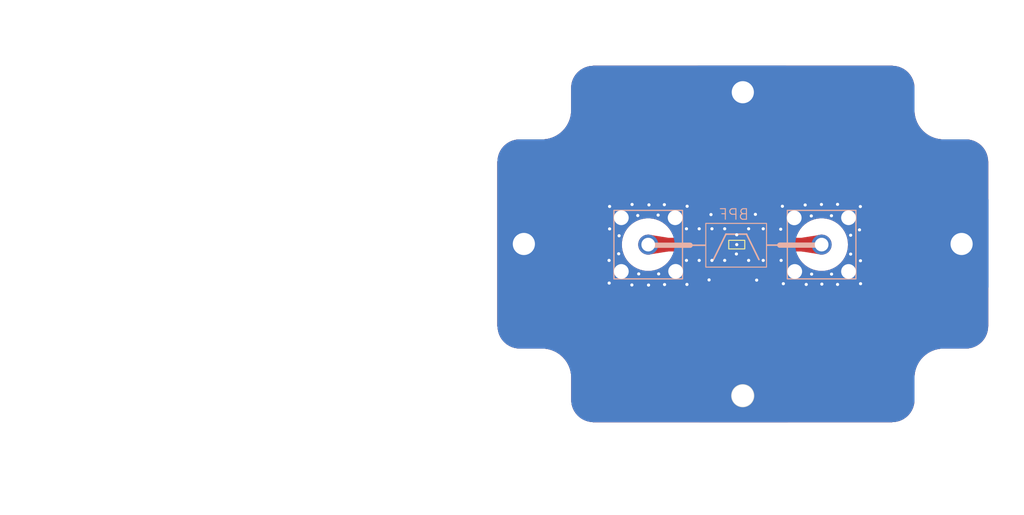
<source format=kicad_pcb>
(kicad_pcb (version 20240108) (generator "pcbnew") (generator_version "8.0")
  (layers (0 "F.Cu" signal) (31 "B.Cu" signal) (34 "B.Paste" user) (35 "F.Paste" user) (36 "B.SilkS" user "B.Silkscreen") (37 "F.SilkS" user "F.Silkscreen") (38 "B.Mask" user) (39 "F.Mask" user) (44 "Edge.Cuts" user))
  (net 0 "")
  (net 1 "GND")
  (net 2 "Net-(U1-IN)")
  (net 3 "Net-(U1-OUT)")
  (footprint "MUSIC_Lab:Outline_3x2_cavity_1.5mm" (layer "F.Cu") (at 1.186252 70.561921)
    (property "Reference" "outline1" (hide yes))
    (property "Value" "~" (hide yes))
    (fp_circle (center 70.163748 -11.081921) (end 70.163748 -12.131921) (stroke (width 0.1)) (fill none) (layer "Edge.Cuts"))
    (fp_poly (pts (arc (start 53.907539 -10.683414) (mid 54.522614 -9.198523) (end 56.007491 -8.583414)) (arc (start 84.347539 -8.583413) (mid 85.832429 -9.198514) (end 86.447539 -10.683401)) (arc (start 86.447539 -12.783401) (mid 87.267035 -14.754369) (end 89.242316 -15.563414)) (arc (start 91.327539 -15.563414) (mid 92.812429 -16.178514) (end 93.427539 -17.663401)) (arc (start 93.427539 -33.319696) (mid 92.806647 -34.794049) (end 91.327491 -35.403414)) (arc (start 89.227491 -35.403414) (mid 87.26178 -36.217689) (end 86.447539 -38.183414)) (arc (start 86.447539 -40.266906) (mid 85.838239 -41.762457) (end 84.347491 -42.383415)) (arc (start 55.994958 -42.383414) (mid 54.518224 -41.763835) (end 53.907539 -40.283401)) (arc (start 53.907539 -38.1834) (mid 53.093262 -36.217681) (end 51.127539 -35.403414)) (arc (start 49.014958 -35.403414) (mid 47.538224 -34.783835) (end 46.927539 -33.303401)) (arc (start 46.927539 -17.663414) (mid 47.542614 -16.178523) (end 49.027491 -15.563414)) (arc (start 51.127391 -15.563414) (mid 53.086569 -14.755788) (end 53.907539 -12.802164))) (stroke (width 0.0001)) (fill none) (layer "Edge.Cuts"))
    (pad "1" thru_hole circle (at 49.413748 -25.481921) (size 3 3) (drill 2.1) (layers "*.Cu" "*.Mask") (net 1 "GND"))
    (pad "1" thru_hole circle (at 70.163748 -11.081921) (size 3 3) (drill 2.1) (layers "*.Cu" "*.Mask") (net 1 "GND"))
    (pad "1" thru_hole custom (at 70.171458 -39.881921) (size 3 3) (drill 2.1) (layers "*.Cu" "*.Mask") (net 1 "GND") (options (clearance outline) (anchor circle)) (primitives (gr_poly (pts (xy 4.09439 -2.532075) (xy -4.269038 -2.532075) (xy -4.209038 -1.00664) (xy -4.091013 -1.019578) (xy -3.853623 -1.015131) (xy -3.619343 -0.976572) (xy -3.39305 -0.904704) (xy -3.179452 -0.801024) (xy -2.982995 -0.667688) (xy -2.807768 -0.507472) (xy -2.657417 -0.32371) (xy -2.535072 -0.120227) (xy -2.443279 0.098743) (xy -2.411727 0.213206) (xy -2.395954 0.366565) (xy -2.329764 0.667679) (xy -2.225472 0.957805) (xy -2.084803 1.232145) (xy -1.910083 1.48616) (xy -1.704204 1.715647) (xy -1.470572 1.916809) (xy -1.213052 2.086319) (xy -0.935904 2.221372) (xy -0.643713 2.319734) (xy -0.341314 2.379777) (xy -0.03371 2.400508) (xy 0.274011 2.381585) (xy 0.576758 2.323319) (xy 0.869521 2.226676) (xy 1.147458 2.093254) (xy 1.40597 1.92526) (xy 1.64078 1.725473) (xy 1.848004 1.4972) (xy 2.024213 1.244217) (xy 2.166492 0.970708) (xy 2.272487 0.681199) (xy 2.340444 0.380479) (xy 2.357079 0.227212) (xy 2.388637 0.112751) (xy 2.480429 -0.10622) (xy 2.602773 -0.309704) (xy 2.753123 -0.493467) (xy 2.928349 -0.653684) (xy 3.124806 -0.787021) (xy 3.338403 -0.890703) (xy 3.564697 -0.962572) (xy 3.798976 -1.001132) (xy 4.036366 -1.005582) (xy 4.15439 -0.992634)) (width 0) (fill yes)) (gr_rect (start -14.190291 -2.5) (end 14.19029 -1) (width 0.05) (fill yes)) (gr_poly (pts (arc (start 21.142242 4.479999) (mid 22.619 5.099554) (end 23.229661 6.580012)) (arc (start 21.729662 6.580012) (mid 21.556262 6.158134) (end 21.136361 5.979999)) (arc (start 19.029661 5.979999) (mid 16.003253 4.726417) (end 14.749661 1.700012)) (arc (start 14.749661 -0.399988) (mid 14.576261 -0.821866) (end 14.15636 -1.000001)) (arc (start 14.162242 -2.500001) (mid 15.639 -1.880446) (end 16.249661 -0.399988)) (arc (start 16.249661 1.700013) (mid 17.063913 3.665756) (end 19.029661 4.479999))) (width 0) (fill yes)) (gr_rect (start 21.74229 6.564832) (end 23.24229 22.220013) (width 0.05) (fill yes)) (gr_poly (pts (arc (start 21.154871 24.320026) (mid 22.631629 23.700471) (end 23.24229 22.220013)) (arc (start 21.742291 22.220013) (mid 21.568891 22.641891) (end 21.14899 22.820026)) (arc (start 19.04229 22.820026) (mid 16.015882 24.073608) (end 14.76229 27.100013)) (arc (start 14.76229 29.200013) (mid 14.58889 29.621891) (end 14.168989 29.800026)) (arc (start 14.174871 31.300026) (mid 15.651629 30.680471) (end 16.26229 29.200013)) (arc (start 16.26229 27.100012) (mid 17.076542 25.134269) (end 19.04229 24.320026))) (width 0) (fill yes)) (gr_rect (start -14.218291 29.800001) (end 14.16229 31.300001) (width 0.05) (fill yes)) (gr_poly (pts (arc (start -21.157758 24.32) (mid -22.634516 23.700445) (end -23.245177 22.219987)) (arc (start -21.745178 22.219987) (mid -21.571778 22.641865) (end -21.151877 22.82)) (arc (start -19.045177 22.82) (mid -16.018769 24.073582) (end -14.765177 27.099987)) (arc (start -14.765177 29.199987) (mid -14.591777 29.621865) (end -14.171876 29.8)) (arc (start -14.177758 31.3) (mid -15.654516 30.680445) (end -16.265177 29.199987)) (arc (start -16.265177 27.099986) (mid -17.079429 25.134243) (end -19.045177 24.32))) (width 0) (fill yes)) (gr_rect (start -23.25771 6.564819) (end -21.75771 22.22) (width 0.05) (fill yes)) (gr_poly (pts (xy 23.294873 18.524608) (xy 23.294873 10.16118) (xy 21.769438 10.22118) (xy 21.782376 10.339205) (xy 21.777929 10.576595) (xy 21.73937 10.810875) (xy 21.667502 11.037168) (xy 21.563822 11.250766) (xy 21.430486 11.447223) (xy 21.27027 11.622451) (xy 21.086508 11.772801) (xy 20.883025 11.895146) (xy 20.664054 11.986939) (xy 20.549592 12.018492) (xy 20.396234 12.034264) (xy 20.095119 12.100454) (xy 19.804993 12.204746) (xy 19.530653 12.345415) (xy 19.276638 12.520135) (xy 19.047152 12.726014) (xy 18.845989 12.959645) (xy 18.676479 13.217166) (xy 18.541426 13.494314) (xy 18.443064 13.786505) (xy 18.383021 14.088904) (xy 18.36229 14.396508) (xy 18.381213 14.704229) (xy 18.439479 15.006976) (xy 18.536122 15.299739) (xy 18.669544 15.577676) (xy 18.837538 15.836188) (xy 19.037324 16.070998) (xy 19.265597 16.278222) (xy 19.518581 16.454431) (xy 19.792089 16.59671) (xy 20.081599 16.702705) (xy 20.382319 16.770662) (xy 20.535586 16.787297) (xy 20.650047 16.818855) (xy 20.869019 16.910647) (xy 21.072501 17.032992) (xy 21.256265 17.183341) (xy 21.416482 17.358567) (xy 21.549819 17.555024) (xy 21.653501 17.768621) (xy 21.72537 17.994915) (xy 21.763929 18.229194) (xy 21.76838 18.466584) (xy 21.755432 18.584608)) (width 0) (fill yes)) (gr_poly (pts (xy -4.09581 31.32909) (xy 4.267618 31.32909) (xy 4.207618 29.803655) (xy 4.089593 29.816593) (xy 3.852203 29.812147) (xy 3.617923 29.773587) (xy 3.391631 29.701719) (xy 3.178032 29.598039) (xy 2.981575 29.464703) (xy 2.806348 29.304487) (xy 2.655997 29.120726) (xy 2.533652 28.917241) (xy 2.441859 28.698271) (xy 2.410306 28.583809) (xy 2.394534 28.43045) (xy 2.328344 28.129336) (xy 2.224052 27.83921) (xy 2.083383 27.56487) (xy 1.908663 27.310855) (xy 1.702784 27.081369) (xy 1.469151 26.880206) (xy 1.211632 26.710696) (xy 0.934484 26.575642) (xy 0.642293 26.477281) (xy 0.339894 26.417239) (xy 0.03229 26.396508) (xy -0.275431 26.41543) (xy -0.578179 26.473696) (xy -0.870941 26.570339) (xy -1.148878 26.703761) (xy -1.40739 26.871755) (xy -1.6422 27.071542) (xy -1.849424 27.299815) (xy -2.025633 27.552798) (xy -2.167912 27.826307) (xy -2.273907 28.115816) (xy -2.341864 28.416536) (xy -2.358499 28.569803) (xy -2.390057 28.684264) (xy -2.481849 28.903235) (xy -2.604194 29.106719) (xy -2.754543 29.290481) (xy -2.929769 29.450698) (xy -3.126226 29.584036) (xy -3.339823 29.687718) (xy -3.566117 29.759587) (xy -3.800396 29.798147) (xy -4.037786 29.802597) (xy -4.15581 29.789649)) (width 0) (fill yes)) (gr_poly (pts (xy -23.280293 10.278408) (xy -23.280293 18.641836) (xy -21.754858 18.581836) (xy -21.767796 18.463811) (xy -21.763349 18.226421) (xy -21.72479 17.992141) (xy -21.652922 17.765848) (xy -21.549242 17.55225) (xy -21.415906 17.355793) (xy -21.25569 17.180566) (xy -21.071928 17.030215) (xy -20.868445 16.90787) (xy -20.649474 16.816077) (xy -20.535012 16.784524) (xy -20.381653 16.768752) (xy -20.080539 16.702562) (xy -19.790413 16.59827) (xy -19.516073 16.457601) (xy -19.262058 16.282881) (xy -19.032572 16.077002) (xy -18.831409 15.84337) (xy -18.661899 15.58585) (xy -18.526846 15.308702) (xy -18.428484 15.016511) (xy -18.368441 14.714112) (xy -18.34771 14.406508) (xy -18.366633 14.098787) (xy -18.424899 13.79604) (xy -18.521542 13.503277) (xy -18.654964 13.22534) (xy -18.822958 12.966828) (xy -19.022745 12.732018) (xy -19.251018 12.524794) (xy -19.504001 12.348585) (xy -19.77751 12.206306) (xy -20.067019 12.100311) (xy -20.367739 12.032354) (xy -20.521006 12.015719) (xy -20.635467 11.984161) (xy -20.854438 11.892369) (xy -21.057922 11.770024) (xy -21.241685 11.619675) (xy -21.401902 11.444449) (xy -21.535239 11.247992) (xy -21.638921 11.034395) (xy -21.71079 10.808101) (xy -21.74935 10.573822) (xy -21.7538 10.336432) (xy -21.740852 10.218408)) (width 0) (fill yes)) (gr_poly (pts (arc (start -21.170291 4.48) (mid -22.647049 5.099555) (end -23.25771 6.580013)) (arc (start -21.757711 6.580013) (mid -21.584311 6.158135) (end -21.16441 5.98)) (arc (start -19.05771 5.98) (mid -16.031302 4.726418) (end -14.77771 1.700013)) (arc (start -14.77771 -0.399987) (mid -14.60431 -0.821865) (end -14.184409 -1)) (arc (start -14.190291 -2.5) (mid -15.667049 -1.880445) (end -16.27771 -0.399987)) (arc (start -16.27771 1.700014) (mid -17.091962 3.665757) (end -19.05771 4.48))) (width 0) (fill yes))))
    (pad "1" thru_hole circle (at 90.913749 -25.481921) (size 3 3) (drill 2.1) (layers "*.Cu" "*.Mask") (net 1 "GND"))
  )
  (footprint "MUSIC_Lab:Filter_0603" (layer "F.Cu") (at 70.7825 45.14)
    (property "Reference" "U1" (hide yes))
    (property "Value" "~" (hide yes))
    (fp_rect (start -0.76 -0.41) (end 0.76 0.41) (stroke (width 0.1)) (fill none) (layer "F.SilkS"))
    (pad "1" smd rect (at -0.575 0) (size 0.25 0.7) (layers "F.Cu" "F.Paste" "F.Mask") (net 2 "Net-(U1-IN)"))
    (pad "2" smd rect (at 0 0) (size 0.5 0.7) (layers "F.Cu" "F.Paste" "F.Mask") (net 1 "GND"))
    (pad "3" smd rect (at 0.575 0) (size 0.25 0.7) (layers "F.Cu" "F.Paste" "F.Mask") (net 3 "Net-(U1-OUT)"))
  )
  (footprint "MUSIC_Lab:SMA_KHD_Back" (layer "B.Cu") (at 78.83 45.14)
    (property "Reference" "SMA2" (hide yes))
    (property "Value" "~" (hide yes))
    (fp_rect (start 3.25 -3.25) (end -3.25 3.25) (stroke (width 0.12)) (fill none) (layer "B.SilkS"))
    (pad "1" thru_hole circle (at 0 0) (size 1.9 1.9) (drill 1.3) (layers "*.Cu" "*.Mask") (net 3 "Net-(U1-OUT)"))
    (pad "2" thru_hole circle (at -2.6 -2.54) (size 2 2) (drill 1.4) (layers "*.Cu" "*.Mask") (net 1 "GND") (thermal_bridge_width 0.5) (thermal_gap 0.25))
    (pad "2" thru_hole circle (at -2.55 2.55) (size 2 2) (drill 1.4) (layers "*.Cu" "*.Mask") (net 1 "GND") (thermal_bridge_width 0.5) (thermal_gap 0.25))
    (pad "2" thru_hole circle (at 2.55 -2.55) (size 2 2) (drill 1.4) (layers "*.Cu" "*.Mask") (net 1 "GND") (thermal_bridge_width 0.5) (thermal_gap 0.25))
    (pad "2" thru_hole circle (at 2.55 2.55) (size 2 2) (drill 1.4) (layers "*.Cu" "*.Mask") (net 1 "GND") (thermal_bridge_width 0.5) (thermal_gap 0.25))
    (zone (net 0) (net_name "") (layers "*.Cu") (connect_pads (clearance 0)) (min_thickness 0.25)
      (keepout (tracks allowed) (vias not_allowed) (pads allowed) (copperpour not_allowed) (footprints allowed))
      (fill (thermal_gap 0.5) (thermal_bridge_width 0.5))
      (polygon (pts (xy 81.33 45.14) (xy 81.310287 45.453333) (xy 81.251458 45.761725) (xy 81.154441 46.060311) (xy 81.020767 46.344384) (xy 80.852542 46.609463) (xy 80.652422 46.851368) (xy 80.42356 47.066283) (xy 80.169567 47.25082) (xy 79.894448 47.402068) (xy 79.602542 47.517641) (xy 79.298453 47.595718) (xy 78.986976 47.635067) (xy 78.673024 47.635067) (xy 78.361547 47.595718) (xy 78.057458 47.517641) (xy 77.765552 47.402068) (xy 77.490433 47.25082) (xy 77.23644 47.066283) (xy 77.007578 46.851368) (xy 76.807458 46.609463) (xy 76.639233 46.344384) (xy 76.505559 46.060311) (xy 76.408542 45.761725) (xy 76.349713 45.453333) (xy 76.33 45.14) (xy 76.349713 44.826667) (xy 76.408542 44.518275) (xy 76.505559 44.219689) (xy 76.639233 43.935616) (xy 76.807458 43.670537) (xy 77.007578 43.428632) (xy 77.23644 43.213717) (xy 77.490433 43.02918) (xy 77.765552 42.877932) (xy 78.057458 42.762359) (xy 78.361547 42.684282) (xy 78.673024 42.644933) (xy 78.986976 42.644933) (xy 79.298453 42.684282) (xy 79.602542 42.762359) (xy 79.894448 42.877932) (xy 80.169567 43.02918) (xy 80.42356 43.213717) (xy 80.652422 43.428632) (xy 80.852542 43.670537) (xy 81.020767 43.935616) (xy 81.154441 44.219689) (xy 81.251458 44.518275) (xy 81.310287 44.826667)))
    )
  )
  (footprint "MUSIC_Lab:SMA_KHD_Back" (layer "B.Cu") (at 62.39 45.14 180)
    (property "Reference" "SMA1" (hide yes))
    (property "Value" "~" (hide yes))
    (fp_rect (start 3.25 -3.25) (end -3.25 3.25) (stroke (width 0.12)) (fill none) (layer "B.SilkS"))
    (pad "1" thru_hole circle (at 0 0 180) (size 1.9 1.9) (drill 1.3) (layers "*.Cu" "*.Mask") (net 2 "Net-(U1-IN)"))
    (pad "2" thru_hole circle (at -2.6 -2.54 180) (size 2 2) (drill 1.4) (layers "*.Cu" "*.Mask") (net 1 "GND") (thermal_bridge_width 0.5) (thermal_gap 0.25))
    (pad "2" thru_hole circle (at -2.55 2.55 180) (size 2 2) (drill 1.4) (layers "*.Cu" "*.Mask") (net 1 "GND") (thermal_bridge_width 0.5) (thermal_gap 0.25))
    (pad "2" thru_hole circle (at 2.55 -2.55 180) (size 2 2) (drill 1.4) (layers "*.Cu" "*.Mask") (net 1 "GND") (thermal_bridge_width 0.5) (thermal_gap 0.25))
    (pad "2" thru_hole circle (at 2.55 2.55 180) (size 2 2) (drill 1.4) (layers "*.Cu" "*.Mask") (net 1 "GND") (thermal_bridge_width 0.5) (thermal_gap 0.25))
    (zone (net 0) (net_name "") (layers "*.Cu") (connect_pads (clearance 0)) (min_thickness 0.25)
      (keepout (tracks allowed) (vias not_allowed) (pads allowed) (copperpour not_allowed) (footprints allowed))
      (fill (thermal_gap 0.5) (thermal_bridge_width 0.5))
      (polygon (pts (xy 59.89 45.14) (xy 59.909713 44.826667) (xy 59.968542 44.518275) (xy 60.065559 44.219689) (xy 60.199233 43.935616) (xy 60.367458 43.670537) (xy 60.567578 43.428632) (xy 60.79644 43.213717) (xy 61.050433 43.02918) (xy 61.325552 42.877932) (xy 61.617458 42.762359) (xy 61.921547 42.684282) (xy 62.233024 42.644933) (xy 62.546976 42.644933) (xy 62.858453 42.684282) (xy 63.162542 42.762359) (xy 63.454448 42.877932) (xy 63.729567 43.02918) (xy 63.98356 43.213717) (xy 64.212422 43.428632) (xy 64.412542 43.670537) (xy 64.580767 43.935616) (xy 64.714441 44.219689) (xy 64.811458 44.518275) (xy 64.870287 44.826667) (xy 64.89 45.14) (xy 64.870287 45.453333) (xy 64.811458 45.761725) (xy 64.714441 46.060311) (xy 64.580767 46.344384) (xy 64.412542 46.609463) (xy 64.212422 46.851368) (xy 63.98356 47.066283) (xy 63.729567 47.25082) (xy 63.454448 47.402068) (xy 63.162542 47.517641) (xy 62.858453 47.595718) (xy 62.546976 47.635067) (xy 62.233024 47.635067) (xy 61.921547 47.595718) (xy 61.617458 47.517641) (xy 61.325552 47.402068) (xy 61.050433 47.25082) (xy 60.79644 47.066283) (xy 60.567578 46.851368) (xy 60.367458 46.609463) (xy 60.199233 46.344384) (xy 60.065559 46.060311) (xy 59.968542 45.761725) (xy 59.909713 45.453333)))
    )
  )
  (gr_line (start 72.89 46.56) (end 71.71 44.15) (stroke (width 0.15)) (layer "B.SilkS"))
  (gr_line (start 74.78 45.19) (end 73.635 45.19) (stroke (width 0.15)) (layer "B.SilkS"))
  (gr_rect (start 67.845 43.125) (end 73.605 47.275) (stroke (width 0.1)) (fill none) (layer "B.SilkS"))
  (gr_line (start 66.36 45.2) (end 62.91 45.2) (stroke (width 0.5)) (layer "B.SilkS"))
  (gr_line (start 67.8 45.2) (end 66.47 45.2) (stroke (width 0.15)) (layer "B.SilkS"))
  (gr_line (start 68.575 46.56) (end 69.755 44.15) (stroke (width 0.15)) (layer "B.SilkS"))
  (gr_line (start 71.71 44.15) (end 69.755 44.15) (stroke (width 0.15)) (layer "B.SilkS"))
  (gr_line (start 78.32 45.19) (end 74.86 45.19) (stroke (width 0.5)) (layer "B.SilkS"))
  (gr_text "BPF" (at 72.005 42.86 0) (layer "B.SilkS") (effects (font (size 1 1) (thickness 0.1)) (justify left bottom mirror)))
  (via (at 66.06 48.92) (size 0.5) (drill 0.3) (layers "F.Cu" "B.Cu") (net 1))
  (via (at 67.223333 43.64) (size 0.5) (drill 0.3) (layers "F.Cu" "B.Cu") (net 1))
  (via (at 59.59 46.01) (size 0.5) (drill 0.3) (layers "F.Cu" "B.Cu") (net 1))
  (via (at 63.38 47.92) (size 0.5) (drill 0.3) (layers "F.Cu" "B.Cu") (net 1))
  (via (at 73.294 46.64) (size 0.5) (drill 0.3) (layers "F.Cu" "B.Cu") (net 1))
  (via (at 78.85 48.89) (size 0.5) (drill 0.3) (layers "F.Cu" "B.Cu") (net 1))
  (via (at 74.95 43.68) (size 0.5) (drill 0.3) (layers "F.Cu" "B.Cu") (net 1))
  (via (at 79.77 47.94) (size 0.5) (drill 0.3) (layers "F.Cu" "B.Cu") (net 1))
  (via (at 82.42 43.74) (size 0.5) (drill 0.3) (layers "F.Cu" "B.Cu") (net 1))
  (via (at 82.5 41.53) (size 0.5) (drill 0.3) (layers "F.Cu" "B.Cu") (net 1))
  (via (at 63.94 48.93) (size 0.5) (drill 0.3) (layers "F.Cu" "B.Cu") (net 1))
  (via (at 80.34 41.32) (size 0.5) (drill 0.3) (layers "F.Cu" "B.Cu") (net 1))
  (via (at 77.88 47.94) (size 0.5) (drill 0.3) (layers "F.Cu" "B.Cu") (net 1))
  (via (at 61.4 42.38) (size 0.5) (drill 0.3) (layers "F.Cu" "B.Cu") (net 1))
  (via (at 82.52 48.85) (size 0.5) (drill 0.3) (layers "F.Cu" "B.Cu") (net 1))
  (via (at 70.78 44.21) (size 0.5) (drill 0.3) (layers "F.Cu" "B.Cu") (net 1))
  (via (at 77.85 42.42) (size 0.5) (drill 0.3) (layers "F.Cu" "B.Cu") (net 1))
  (via (at 66.015 43.64) (size 0.5) (drill 0.3) (layers "F.Cu" "B.Cu") (net 1))
  (via (at 71.91 43.64) (size 0.5) (drill 0.3) (layers "F.Cu" "B.Cu") (net 1))
  (via (at 72.55 42.27) (size 0.5) (drill 0.3) (layers "F.Cu" "B.Cu") (net 1))
  (via (at 81.58 46.04) (size 0.5) (drill 0.3) (layers "F.Cu" "B.Cu") (net 1))
  (via (at 60.84 48.97) (size 0.5) (drill 0.3) (layers "F.Cu" "B.Cu") (net 1))
  (via (at 59.63 44.3) (size 0.5) (drill 0.3) (layers "F.Cu" "B.Cu") (net 1))
  (via (at 75.11 41.5) (size 0.5) (drill 0.3) (layers "F.Cu" "B.Cu") (net 1))
  (via (at 71.91 46.64) (size 0.5) (drill 0.3) (layers "F.Cu" "B.Cu") (net 1))
  (via (at 68.431666 46.64) (size 0.5) (drill 0.3) (layers "F.Cu" "B.Cu") (net 1))
  (via (at 77.37 48.92) (size 0.5) (drill 0.3) (layers "F.Cu" "B.Cu") (net 1))
  (via (at 80.34 48.92) (size 0.5) (drill 0.3) (layers "F.Cu" "B.Cu") (net 1))
  (via (at 69.64 46.64) (size 0.5) (drill 0.3) (layers "F.Cu" "B.Cu") (net 1))
  (via (at 62.46 41.37) (size 0.5) (drill 0.3) (layers "F.Cu" "B.Cu") (net 1))
  (via (at 67.223333 46.64) (size 0.5) (drill 0.3) (layers "F.Cu" "B.Cu") (net 1))
  (via (at 70.75 46.03) (size 0.5) (drill 0.3) (layers "F.Cu" "B.Cu") (net 1))
  (via (at 69.64 43.64) (size 0.5) (drill 0.3) (layers "F.Cu" "B.Cu") (net 1))
  (via (at 79.76 42.4) (size 0.5) (drill 0.3) (layers "F.Cu" "B.Cu") (net 1))
  (via (at 62.42 48.98) (size 0.5) (drill 0.3) (layers "F.Cu" "B.Cu") (net 1))
  (via (at 81.58 44.25) (size 0.5) (drill 0.3) (layers "F.Cu" "B.Cu") (net 1))
  (via (at 75.2 48.85) (size 0.5) (drill 0.3) (layers "F.Cu" "B.Cu") (net 1))
  (via (at 68.34 42.29) (size 0.5) (drill 0.3) (layers "F.Cu" "B.Cu") (net 1))
  (via (at 63.92 41.35) (size 0.5) (drill 0.3) (layers "F.Cu" "B.Cu") (net 1))
  (via (at 77.27 41.38) (size 0.5) (drill 0.3) (layers "F.Cu" "B.Cu") (net 1))
  (via (at 74.99 46.64) (size 0.5) (drill 0.3) (layers "F.Cu" "B.Cu") (net 1))
  (via (at 68.431666 43.64) (size 0.5) (drill 0.3) (layers "F.Cu" "B.Cu") (net 1))
  (via (at 58.68 46.64) (size 0.5) (drill 0.3) (layers "F.Cu" "B.Cu") (net 1))
  (via (at 60.86 41.33) (size 0.5) (drill 0.3) (layers "F.Cu" "B.Cu") (net 1))
  (via (at 66.015 46.64) (size 0.5) (drill 0.3) (layers "F.Cu" "B.Cu") (net 1))
  (via (at 61.49 47.92) (size 0.5) (drill 0.3) (layers "F.Cu" "B.Cu") (net 1))
  (via (at 78.81 41.33) (size 0.5) (drill 0.3) (layers "F.Cu" "B.Cu") (net 1))
  (via (at 58.69 48.79) (size 0.5) (drill 0.3) (layers "F.Cu" "B.Cu") (net 1))
  (via (at 72.67 48.51) (size 0.5) (drill 0.3) (layers "F.Cu" "B.Cu") (net 1))
  (via (at 70.7825 45.14) (size 0.5) (drill 0.3) (layers "F.Cu" "B.Cu") (net 1))
  (via (at 58.73 43.65) (size 0.5) (drill 0.3) (layers "F.Cu" "B.Cu") (net 1))
  (via (at 68.16 48.49) (size 0.5) (drill 0.3) (layers "F.Cu" "B.Cu") (net 1))
  (via (at 63.33 42.34) (size 0.5) (drill 0.3) (layers "F.Cu" "B.Cu") (net 1))
  (via (at 58.73 41.52) (size 0.5) (drill 0.3) (layers "F.Cu" "B.Cu") (net 1))
  (via (at 73.294 43.64) (size 0.5) (drill 0.3) (layers "F.Cu" "B.Cu") (net 1))
  (via (at 66.08 41.5) (size 0.5) (drill 0.3) (layers "F.Cu" "B.Cu") (net 1))
  (via (at 82.51 46.67) (size 0.5) (drill 0.3) (layers "F.Cu" "B.Cu") (net 1))
  (segment (start 62.39 45.14) (end 69.64 45.14) (width 1.3) (layer "F.Cu") (net 2))
  (segment (start 78.83 45.14) (end 71.91 45.14) (width 1.3) (layer "F.Cu") (net 3))
  (zone (net 1) (net_name "GND") (layers "F&B.Cu") (connect_pads yes (clearance 0.3)) (min_thickness 0.25) (fill yes (thermal_gap 0.5) (thermal_bridge_width 0.5))
    (polygon (pts (xy 43.414272 22.191095) (xy 97.471446 21.927818) (xy 98.026904 66.77) (xy 42.976893 67.15689)))
  )
)
</source>
